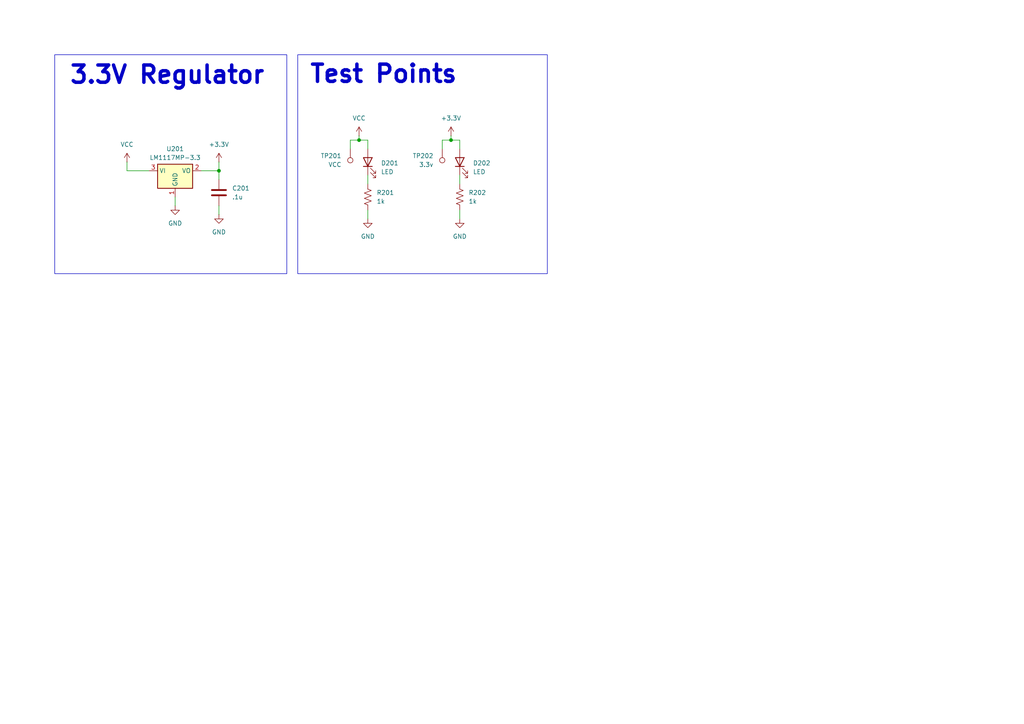
<source format=kicad_sch>
(kicad_sch (version 20250114) (generator "eeschema") (generator_version "9.0")
  (paper "A4")
  (title_block (title "Power Supply") (company "Pioneer Rocketry"))
  (lib_symbols
    (symbol "Connector:TestPoint" (pin_numbers (hide yes)) (pin_names (offset 0.762) (hide yes))
      (property "Reference" "TP" (at 0 6.858 0))
      (property "Value" "TestPoint" (at 0 5.08 0))
      (symbol "TestPoint_0_1"
        (circle (center 0 3.302) (radius 0.762))
      )
      (symbol "TestPoint_1_1"
        (pin passive line (at 0 0 90) (length 2.54) (name "1") (number "1"))
      )
    )
    (symbol "Device:C" (pin_numbers (hide yes)) (pin_names (offset 0.254))
      (property "Reference" "C" (at 0.635 2.54 0))
      (property "Value" "C" (at 0.635 -2.54 0))
      (symbol "C_0_1"
        (polyline (pts (xy -2.032 0.762) (xy 2.032 0.762)) (stroke (width 0.508)))
        (polyline (pts (xy -2.032 -0.762) (xy 2.032 -0.762)) (stroke (width 0.508)))
      )
      (symbol "C_1_1"
        (pin passive line (at 0 3.81 270) (length 2.794) (name "~") (number "1"))
        (pin passive line (at 0 -3.81 90) (length 2.794) (name "~") (number "2"))
      )
    )
    (symbol "Device:LED" (pin_numbers (hide yes)) (pin_names (offset 1.016) (hide yes))
      (property "Reference" "D" (at 0 2.54 0))
      (property "Value" "LED" (at 0 -2.54 0))
      (symbol "LED_0_1"
        (polyline (pts (xy -3.048 -0.762) (xy -4.572 -2.286) (xy -3.81 -2.286) (xy -4.572 -2.286) (xy -4.572 -1.524)))
        (polyline (pts (xy -1.778 -0.762) (xy -3.302 -2.286) (xy -2.54 -2.286) (xy -3.302 -2.286) (xy -3.302 -1.524)))
        (polyline (pts (xy -1.27 0) (xy 1.27 0)))
        (polyline (pts (xy -1.27 -1.27) (xy -1.27 1.27)) (stroke (width 0.254)))
        (polyline (pts (xy 1.27 -1.27) (xy 1.27 1.27) (xy -1.27 0) (xy 1.27 -1.27)) (stroke (width 0.254)))
      )
      (symbol "LED_1_1"
        (pin passive line (at -3.81 0 0) (length 2.54) (name "K") (number "1"))
        (pin passive line (at 3.81 0 180) (length 2.54) (name "A") (number "2"))
      )
    )
    (symbol "Device:R_US" (pin_numbers (hide yes)) (pin_names (offset 0))
      (property "Reference" "R" (at 2.54 0 90))
      (property "Value" "R_US" (at -2.54 0 90))
      (symbol "R_US_0_1"
        (polyline (pts (xy 0 2.286) (xy 0 2.54)))
        (polyline (pts (xy 0 2.286) (xy 1.016 1.905) (xy 0 1.524) (xy -1.016 1.143) (xy 0 0.762)))
        (polyline (pts (xy 0 0.762) (xy 1.016 0.381) (xy 0 0) (xy -1.016 -0.381) (xy 0 -0.762)))
        (polyline (pts (xy 0 -0.762) (xy 1.016 -1.143) (xy 0 -1.524) (xy -1.016 -1.905) (xy 0 -2.286)))
        (polyline (pts (xy 0 -2.286) (xy 0 -2.54)))
      )
      (symbol "R_US_1_1"
        (pin passive line (at 0 3.81 270) (length 1.27) (name "~") (number "1"))
        (pin passive line (at 0 -3.81 90) (length 1.27) (name "~") (number "2"))
      )
    )
    (symbol "Regulator_Linear:LM1117MP-3.3"
      (property "Reference" "U" (at -3.81 3.175 0))
      (property "Value" "LM1117MP-3.3" (at 0 3.175 0))
      (symbol "LM1117MP-3.3_0_1"
        (rectangle (start -5.08 -5.08) (end 5.08 1.905) (stroke (width 0.254)) (fill (type background)))
      )
      (symbol "LM1117MP-3.3_1_1"
        (pin power_in line (at -7.62 0 0) (length 2.54) (name "VI") (number "3"))
        (pin power_in line (at 0 -7.62 90) (length 2.54) (name "GND") (number "1"))
        (pin power_out line (at 7.62 0 180) (length 2.54) (name "VO") (number "2"))
      )
    )
    (symbol "power:+3.3V" (power) (pin_numbers (hide yes)) (pin_names (offset 0) (hide yes))
      (property "Value" "+3.3V" (at 0 3.556 0))
      (symbol "+3.3V_0_1"
        (polyline (pts (xy -0.762 1.27) (xy 0 2.54)))
        (polyline (pts (xy 0 2.54) (xy 0.762 1.27)))
        (polyline (pts (xy 0 0) (xy 0 2.54)))
      )
      (symbol "+3.3V_1_1"
        (pin power_in line (at 0 0 90) (length 0) (name "~") (number "1"))
      )
    )
    (symbol "power:GND" (power) (pin_numbers (hide yes)) (pin_names (offset 0) (hide yes))
      (property "Value" "GND" (at 0 -3.81 0))
      (symbol "GND_0_1"
        (polyline (pts (xy 0 0) (xy 0 -1.27) (xy 1.27 -1.27) (xy 0 -2.54) (xy -1.27 -1.27) (xy 0 -1.27)))
      )
      (symbol "GND_1_1"
        (pin power_in line (at 0 0 270) (length 0) (name "~") (number "1"))
      )
    )
    (symbol "power:VCC" (power) (pin_numbers (hide yes)) (pin_names (offset 0) (hide yes))
      (property "Value" "VCC" (at 0 3.556 0))
      (symbol "VCC_0_1"
        (polyline (pts (xy -0.762 1.27) (xy 0 2.54)))
        (polyline (pts (xy 0 2.54) (xy 0.762 1.27)))
        (polyline (pts (xy 0 0) (xy 0 2.54)))
      )
      (symbol "VCC_1_1"
        (pin power_in line (at 0 0 90) (length 0) (name "~") (number "1"))
      )
    )
  )
  (rectangle (start 15.875 15.875) (end 83.185 79.375))
  (rectangle (start 86.36 15.875) (end 158.75 79.375))
  (text "3.3V Regulator\n" (at 48.514 21.844 0) (effects (font (size 5 5) (thickness 1) (bold yes))))
  (text "Test Points" (at 111.252 21.59 0) (effects (font (size 5 5) (thickness 1) (bold yes))))
  (junction (at 104.14 40.64))
  (junction (at 130.81 40.64))
  (junction (at 63.5 49.53))
  (wire (pts (xy 104.14 39.37) (xy 104.14 40.64)))
  (wire (pts (xy 63.5 46.99) (xy 63.5 49.53)))
  (wire (pts (xy 101.6 40.64) (xy 104.14 40.64)))
  (wire (pts (xy 128.27 43.18) (xy 128.27 40.64)))
  (wire (pts (xy 133.35 40.64) (xy 133.35 43.18)))
  (wire (pts (xy 130.81 39.37) (xy 130.81 40.64)))
  (wire (pts (xy 50.8 57.15) (xy 50.8 59.69)))
  (wire (pts (xy 133.35 50.8) (xy 133.35 53.34)))
  (wire (pts (xy 106.68 50.8) (xy 106.68 53.34)))
  (wire (pts (xy 36.83 46.99) (xy 36.83 49.53)))
  (wire (pts (xy 128.27 40.64) (xy 130.81 40.64)))
  (wire (pts (xy 133.35 60.96) (xy 133.35 63.5)))
  (wire (pts (xy 58.42 49.53) (xy 63.5 49.53)))
  (wire (pts (xy 106.68 40.64) (xy 106.68 43.18)))
  (wire (pts (xy 36.83 49.53) (xy 43.18 49.53)))
  (wire (pts (xy 63.5 49.53) (xy 63.5 52.07)))
  (wire (pts (xy 101.6 43.18) (xy 101.6 40.64)))
  (wire (pts (xy 130.81 40.64) (xy 133.35 40.64)))
  (wire (pts (xy 63.5 59.69) (xy 63.5 62.23)))
  (wire (pts (xy 104.14 40.64) (xy 106.68 40.64)))
  (wire (pts (xy 106.68 60.96) (xy 106.68 63.5)))
  (symbol (lib_id "power:VCC") (at 36.83 46.99 0) (unit 1)
    (property "Reference" "#PWR0203" (effects (hide yes)))
    (property "Value" "VCC" (at 36.83 41.91 0))
    (property "Description" "Power symbol creates a global label with name \"VCC\"" (effects (hide yes)))
  )
  (symbol (lib_id "power:GND") (at 50.8 59.69 0) (unit 1)
    (property "Reference" "#PWR0205" (effects (hide yes)))
    (property "Value" "GND" (at 50.8 64.77 0))
    (property "Description" "Power symbol creates a global label with name \"GND\" , ground" (effects (hide yes)))
  )
  (symbol (lib_id "power:GND") (at 63.5 62.23 0) (unit 1)
    (property "Reference" "#PWR0206" (effects (hide yes)))
    (property "Value" "GND" (at 63.5 67.31 0))
    (property "Description" "Power symbol creates a global label with name \"GND\" , ground" (effects (hide yes)))
  )
  (symbol (lib_id "Device:C") (at 63.5 55.88 0) (unit 1)
    (property "Reference" "C201" (at 67.31 54.6099 0) (effects (justify left)))
    (property "Value" ".1u" (at 67.31 57.1499 0) (effects (justify left)))
    (property "Footprint" "Capacitor_SMD:C_0603_1608Metric_Pad1.08x0.95mm_HandSolder" (effects (hide yes)))
    (property "Description" "Unpolarized capacitor" (effects (hide yes)))
  )
  (symbol (lib_id "power:GND") (at 133.35 63.5 0) (unit 1)
    (property "Reference" "#PWR0208" (effects (hide yes)))
    (property "Value" "GND" (at 133.35 68.58 0))
    (property "Description" "Power symbol creates a global label with name \"GND\" , ground" (effects (hide yes)))
  )
  (symbol (lib_id "power:+3.3V") (at 63.5 46.99 0) (unit 1)
    (property "Reference" "#PWR0204" (effects (hide yes)))
    (property "Value" "+3.3V" (at 63.5 41.91 0))
    (property "Description" "Power symbol creates a global label with name \"+3.3V\"" (effects (hide yes)))
  )
  (symbol (lib_id "power:+3.3V") (at 130.81 39.37 0) (unit 1)
    (property "Reference" "#PWR0202" (effects (hide yes)))
    (property "Value" "+3.3V" (at 130.81 34.29 0))
    (property "Description" "Power symbol creates a global label with name \"+3.3V\"" (effects (hide yes)))
  )
  (symbol (lib_id "Device:R_US") (at 133.35 57.15 180) (unit 1)
    (property "Reference" "R202" (at 135.89 55.8799 0) (effects (justify right)))
    (property "Value" "1k" (at 135.89 58.4199 0) (effects (justify right)))
    (property "Footprint" "Resistor_SMD:R_0603_1608Metric_Pad0.98x0.95mm_HandSolder" (effects (hide yes)))
    (property "Description" "Resistor, US symbol" (effects (hide yes)))
  )
  (symbol (lib_id "Regulator_Linear:LM1117MP-3.3") (at 50.8 49.53 0) (unit 1)
    (property "Reference" "U201" (at 50.8 43.18 0))
    (property "Value" "LM1117MP-3.3" (at 50.8 45.72 0))
    (property "Footprint" "Package_TO_SOT_SMD:SOT-223-3_TabPin2" (effects (hide yes)))
    (property "Datasheet" "http://www.ti.com/lit/ds/symlink/lm1117.pdf" (effects (hide yes)))
    (property "Description" "800mA Low-Dropout Linear Regulator, 3.3V fixed output, SOT-223" (effects (hide yes)))
  )
  (symbol (lib_id "Connector:TestPoint") (at 101.6 43.18 0) (mirror x) (unit 1)
    (property "Reference" "TP201" (at 99.06 45.2119 0) (effects (justify right)))
    (property "Value" "VCC" (at 99.06 47.7519 0) (effects (justify right)))
    (property "Footprint" "TestPoint:TestPoint_Pad_D1.5mm" (effects (hide yes)))
    (property "Description" "test point" (effects (hide yes)))
  )
  (symbol (lib_id "power:VCC") (at 104.14 39.37 0) (unit 1)
    (property "Reference" "#PWR0201" (effects (hide yes)))
    (property "Value" "VCC" (at 104.14 34.29 0))
    (property "Description" "Power symbol creates a global label with name \"VCC\"" (effects (hide yes)))
  )
  (symbol (lib_id "power:GND") (at 106.68 63.5 0) (unit 1)
    (property "Reference" "#PWR0207" (effects (hide yes)))
    (property "Value" "GND" (at 106.68 68.58 0))
    (property "Description" "Power symbol creates a global label with name \"GND\" , ground" (effects (hide yes)))
  )
  (symbol (lib_id "Device:R_US") (at 106.68 57.15 180) (unit 1)
    (property "Reference" "R201" (at 109.22 55.8799 0) (effects (justify right)))
    (property "Value" "1k" (at 109.22 58.4199 0) (effects (justify right)))
    (property "Footprint" "Resistor_SMD:R_0603_1608Metric_Pad0.98x0.95mm_HandSolder" (effects (hide yes)))
    (property "Description" "Resistor, US symbol" (effects (hide yes)))
  )
  (symbol (lib_id "Connector:TestPoint") (at 128.27 43.18 0) (mirror x) (unit 1)
    (property "Reference" "TP202" (at 125.73 45.2119 0) (effects (justify right)))
    (property "Value" "3.3v" (at 125.73 47.7519 0) (effects (justify right)))
    (property "Footprint" "TestPoint:TestPoint_Pad_D1.5mm" (effects (hide yes)))
    (property "Description" "test point" (effects (hide yes)))
  )
  (symbol (lib_id "Device:LED") (at 106.68 46.99 90) (unit 1)
    (property "Reference" "D201" (at 110.49 47.3074 90) (effects (justify right)))
    (property "Value" "LED" (at 110.49 49.8474 90) (effects (justify right)))
    (property "Footprint" "LED_SMD:LED_0603_1608Metric_Pad1.05x0.95mm_HandSolder" (effects (hide yes)))
    (property "Description" "Light emitting diode" (effects (hide yes)))
    (property "Sim.Pins" "1=K 2=A" (effects (hide yes)))
  )
  (symbol (lib_id "Device:LED") (at 133.35 46.99 90) (unit 1)
    (property "Reference" "D202" (at 137.16 47.3074 90) (effects (justify right)))
    (property "Value" "LED" (at 137.16 49.8474 90) (effects (justify right)))
    (property "Footprint" "LED_SMD:LED_0603_1608Metric_Pad1.05x0.95mm_HandSolder" (effects (hide yes)))
    (property "Description" "Light emitting diode" (effects (hide yes)))
    (property "Sim.Pins" "1=K 2=A" (effects (hide yes)))
  )
)
</source>
